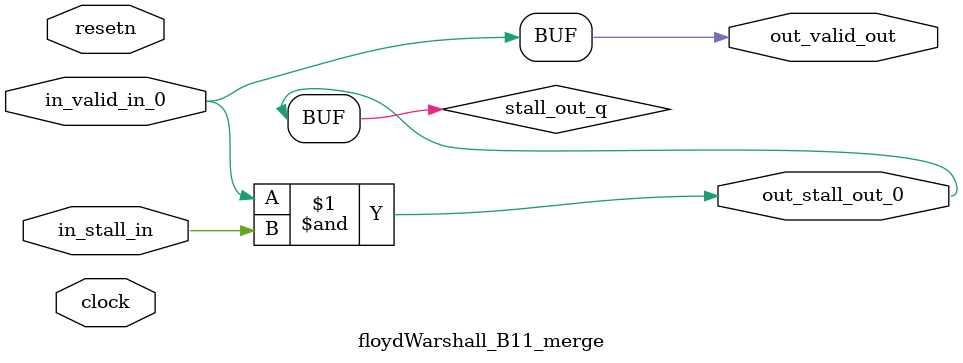
<source format=sv>



(* altera_attribute = "-name AUTO_SHIFT_REGISTER_RECOGNITION OFF; -name MESSAGE_DISABLE 10036; -name MESSAGE_DISABLE 10037; -name MESSAGE_DISABLE 14130; -name MESSAGE_DISABLE 14320; -name MESSAGE_DISABLE 15400; -name MESSAGE_DISABLE 14130; -name MESSAGE_DISABLE 10036; -name MESSAGE_DISABLE 12020; -name MESSAGE_DISABLE 12030; -name MESSAGE_DISABLE 12010; -name MESSAGE_DISABLE 12110; -name MESSAGE_DISABLE 14320; -name MESSAGE_DISABLE 13410; -name MESSAGE_DISABLE 113007; -name MESSAGE_DISABLE 10958" *)
module floydWarshall_B11_merge (
    input wire [0:0] in_stall_in,
    input wire [0:0] in_valid_in_0,
    output wire [0:0] out_stall_out_0,
    output wire [0:0] out_valid_out,
    input wire clock,
    input wire resetn
    );

    wire [0:0] stall_out_q;


    // stall_out(LOGICAL,6)
    assign stall_out_q = in_valid_in_0 & in_stall_in;

    // out_stall_out_0(GPOUT,4)
    assign out_stall_out_0 = stall_out_q;

    // out_valid_out(GPOUT,5)
    assign out_valid_out = in_valid_in_0;

endmodule

</source>
